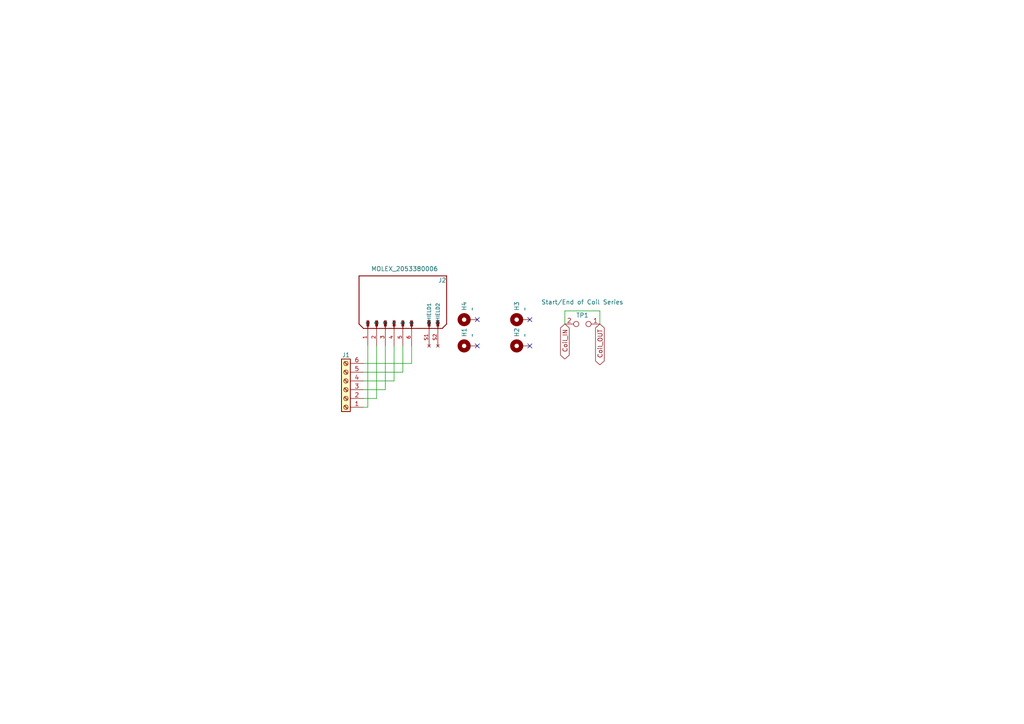
<source format=kicad_sch>
(kicad_sch (version 20230121) (generator eeschema)
  (paper "A4")
  (lib_symbols
    (symbol "Connector:Screw_Terminal_01x06" (pin_names (offset 1.016) hide)
      (property "Reference" "J" (at 0 7.62 0))
      (property "Value" "Screw_Terminal_01x06" (at 0 -10.16 0))
      (symbol "Screw_Terminal_01x06_1_1"
        (rectangle (start -1.27 6.35) (end 1.27 -8.89) (stroke (width 0.254)) (fill (type background)))
        (circle (center 0 -7.62) (radius 0.635) (stroke (width 0.1524)))
        (circle (center 0 -5.08) (radius 0.635) (stroke (width 0.1524)))
        (circle (center 0 -2.54) (radius 0.635) (stroke (width 0.1524)))
        (polyline (pts (xy -0.5334 -7.2898) (xy 0.3302 -8.128)) (stroke (width 0.1524)))
        (polyline (pts (xy -0.5334 -4.7498) (xy 0.3302 -5.588)) (stroke (width 0.1524)))
        (polyline (pts (xy -0.5334 -2.2098) (xy 0.3302 -3.048)) (stroke (width 0.1524)))
        (polyline (pts (xy -0.5334 0.3302) (xy 0.3302 -0.508)) (stroke (width 0.1524)))
        (polyline (pts (xy -0.5334 2.8702) (xy 0.3302 2.032)) (stroke (width 0.1524)))
        (polyline (pts (xy -0.5334 5.4102) (xy 0.3302 4.572)) (stroke (width 0.1524)))
        (polyline (pts (xy -0.3556 -7.112) (xy 0.508 -7.9502)) (stroke (width 0.1524)))
        (polyline (pts (xy -0.3556 -4.572) (xy 0.508 -5.4102)) (stroke (width 0.1524)))
        (polyline (pts (xy -0.3556 -2.032) (xy 0.508 -2.8702)) (stroke (width 0.1524)))
        (polyline (pts (xy -0.3556 0.508) (xy 0.508 -0.3302)) (stroke (width 0.1524)))
        (polyline (pts (xy -0.3556 3.048) (xy 0.508 2.2098)) (stroke (width 0.1524)))
        (polyline (pts (xy -0.3556 5.588) (xy 0.508 4.7498)) (stroke (width 0.1524)))
        (circle (center 0 0) (radius 0.635) (stroke (width 0.1524)))
        (circle (center 0 2.54) (radius 0.635) (stroke (width 0.1524)))
        (circle (center 0 5.08) (radius 0.635) (stroke (width 0.1524)))
        (pin passive line (at -5.08 5.08 0) (length 3.81) (name "Pin_1") (number "1"))
        (pin passive line (at -5.08 2.54 0) (length 3.81) (name "Pin_2") (number "2"))
        (pin passive line (at -5.08 0 0) (length 3.81) (name "Pin_3") (number "3"))
        (pin passive line (at -5.08 -2.54 0) (length 3.81) (name "Pin_4") (number "4"))
        (pin passive line (at -5.08 -5.08 0) (length 3.81) (name "Pin_5") (number "5"))
        (pin passive line (at -5.08 -7.62 0) (length 3.81) (name "Pin_6") (number "6"))
      )
    )
    (symbol "Mechanical:MountingHole_Pad" (pin_numbers hide) (pin_names (offset 1.016) hide)
      (property "Reference" "H" (at 0 6.35 0))
      (property "Value" "MountingHole_Pad" (at 0 4.445 0))
      (symbol "MountingHole_Pad_0_1"
        (circle (center 0 1.27) (radius 1.27) (stroke (width 1.27)))
      )
      (symbol "MountingHole_Pad_1_1"
        (pin input line (at 0 -2.54 90) (length 2.54) (name "1") (number "1"))
      )
    )
    (symbol "sidepanels:2053380006" (pin_names (offset 1.016))
      (property "Reference" "J" (at -7.62 13.97 0))
      (property "Value" "2053380006" (at -7.62 -15.24 0))
      (symbol "2053380006_0_0"
        (rectangle (start -6.985 -10.4648) (end -5.3848 -9.8298) (fill (type outline)))
        (rectangle (start -6.985 -7.9248) (end -5.3848 -7.2898) (fill (type outline)))
        (rectangle (start -6.985 -2.8448) (end -5.3848 -2.2098) (fill (type outline)))
        (rectangle (start -6.985 -0.3048) (end -5.3848 0.3048) (fill (type outline)))
        (rectangle (start -6.985 2.2098) (end -5.3848 2.8448) (fill (type outline)))
        (rectangle (start -6.985 4.7498) (end -5.3848 5.3848) (fill (type outline)))
        (rectangle (start -6.985 7.2898) (end -5.3848 7.9248) (fill (type outline)))
        (rectangle (start -6.985 9.8298) (end -5.3848 10.4648) (fill (type outline)))
        (polyline (pts (xy -7.62 -11.43) (xy -6.35 -12.7)) (stroke (width 0.254)))
        (polyline (pts (xy -7.62 -10.16) (xy -5.715 -10.16)) (stroke (width 0.254)))
        (polyline (pts (xy -7.62 -7.62) (xy -5.715 -7.62)) (stroke (width 0.254)))
        (polyline (pts (xy -7.62 -2.54) (xy -7.62 -11.43)) (stroke (width 0.254)))
        (polyline (pts (xy -7.62 -2.54) (xy -5.715 -2.54)) (stroke (width 0.254)))
        (polyline (pts (xy -7.62 0) (xy -7.62 -2.54)) (stroke (width 0.254)))
        (polyline (pts (xy -7.62 0) (xy -5.715 0)) (stroke (width 0.254)))
        (polyline (pts (xy -7.62 2.54) (xy -7.62 0)) (stroke (width 0.254)))
        (polyline (pts (xy -7.62 2.54) (xy -5.715 2.54)) (stroke (width 0.254)))
        (polyline (pts (xy -7.62 5.08) (xy -7.62 2.54)) (stroke (width 0.254)))
        (polyline (pts (xy -7.62 5.08) (xy -5.715 5.08)) (stroke (width 0.254)))
        (polyline (pts (xy -7.62 7.62) (xy -5.715 7.62)) (stroke (width 0.254)))
        (polyline (pts (xy -7.62 10.16) (xy -5.715 10.16)) (stroke (width 0.254)))
        (polyline (pts (xy -7.62 11.43) (xy -7.62 5.08)) (stroke (width 0.254)))
        (polyline (pts (xy -7.62 11.43) (xy -6.35 12.7)) (stroke (width 0.254)))
        (polyline (pts (xy -6.35 -12.7) (xy 7.62 -12.7)) (stroke (width 0.254)))
        (polyline (pts (xy 7.62 -12.7) (xy 7.62 12.7)) (stroke (width 0.254)))
        (polyline (pts (xy 7.62 12.7) (xy -6.35 12.7)) (stroke (width 0.254)))
        (pin passive line (at -12.7 10.16 0) (length 5.08) (name "1") (number "1"))
        (pin passive line (at -12.7 7.62 0) (length 5.08) (name "2") (number "2"))
        (pin passive line (at -12.7 5.08 0) (length 5.08) (name "3") (number "3"))
        (pin passive line (at -12.7 2.54 0) (length 5.08) (name "4") (number "4"))
        (pin passive line (at -12.7 0 0) (length 5.08) (name "5") (number "5"))
        (pin passive line (at -12.7 -2.54 0) (length 5.08) (name "6") (number "6"))
        (pin no_connect line (at -12.7 -7.62 0) (length 5.08) (name "SHIELD1") (number "S1"))
        (pin no_connect line (at -12.7 -10.16 0) (length 5.08) (name "SHIELD2") (number "S2"))
      )
    )
    (symbol "sidepanels:TestPointConnection" (pin_names (offset 0.762) hide)
      (property "Reference" "TP" (at 0 1.524 0))
      (property "Value" "TestPointConnection" (at 0 -1.778 0))
      (symbol "TestPointConnection_0_1"
        (circle (center -1.778 0) (radius 0.762))
        (circle (center 1.778 0) (radius 0.762))
        (pin passive line (at -5.08 0 0) (length 2.54) (name "1") (number "1"))
        (pin passive line (at 5.08 0 180) (length 2.54) (name "2") (number "2"))
      )
    )
  )
  (no_connect (at 153.67 100.33))
  (no_connect (at 138.43 92.71))
  (no_connect (at 138.43 100.33))
  (no_connect (at 153.67 92.71))
  (wire (pts (xy 106.68 118.11) (xy 106.68 100.33)))
  (wire (pts (xy 105.41 118.11) (xy 106.68 118.11)))
  (wire (pts (xy 105.41 115.57) (xy 109.22 115.57)))
  (wire (pts (xy 105.41 107.95) (xy 116.84 107.95)))
  (wire (pts (xy 116.84 107.95) (xy 116.84 100.33)))
  (wire (pts (xy 105.41 110.49) (xy 114.3 110.49)))
  (wire (pts (xy 111.76 113.03) (xy 111.76 100.33)))
  (wire (pts (xy 109.22 115.57) (xy 109.22 100.33)))
  (wire (pts (xy 105.41 105.41) (xy 119.38 105.41)))
  (wire (pts (xy 173.99 93.98) (xy 173.99 90.17)))
  (wire (pts (xy 114.3 110.49) (xy 114.3 100.33)))
  (wire (pts (xy 119.38 105.41) (xy 119.38 100.33)))
  (wire (pts (xy 173.99 90.17) (xy 163.83 90.17)))
  (wire (pts (xy 163.83 90.17) (xy 163.83 93.98)))
  (wire (pts (xy 105.41 113.03) (xy 111.76 113.03)))
  (global_label "Coil_OUT" (shape bidirectional) (at 173.99 93.98 270) (property "Intersheetrefs" "${INTERSHEET_REFS}" (effects hide)))
  (global_label "Coil_IN" (shape bidirectional) (at 163.83 93.98 270) (property "Intersheetrefs" "${INTERSHEET_REFS}" (effects hide)))
  (symbol (lib_id "Mechanical:MountingHole_Pad") (at 151.13 100.33 90) (unit 1) (in_bom no)
    (property "Reference" "H2" (at 149.8854 97.79 0) (effects (justify left)))
    (property "Value" "~" (at 152.1968 97.79 0) (effects (justify left)))
    (property "Footprint" "MountingHole:MountingHole_2.2mm_M2_DIN965_Pad_TopBottom" (effects hide))
  )
  (symbol (lib_id "Mechanical:MountingHole_Pad") (at 135.89 100.33 90) (unit 1) (in_bom no)
    (property "Reference" "H1" (at 134.6454 97.79 0) (effects (justify left)))
    (property "Value" "~" (at 136.9568 97.79 0) (effects (justify left)))
    (property "Footprint" "MountingHole:MountingHole_2.2mm_M2_DIN965_Pad_TopBottom" (effects hide))
  )
  (symbol (lib_id "Mechanical:MountingHole_Pad") (at 135.89 92.71 90) (unit 1) (in_bom no)
    (property "Reference" "H4" (at 134.6454 90.17 0) (effects (justify left)))
    (property "Value" "~" (at 136.9568 90.17 0) (effects (justify left)))
    (property "Footprint" "MountingHole:MountingHole_2.2mm_M2_DIN965_Pad_TopBottom" (effects hide))
  )
  (symbol (lib_id "sidepanels:2053380006") (at 116.84 87.63 90) (unit 1)
    (property "Reference" "J2" (at 128.27 81.28 90))
    (property "Value" "MOLEX_2053380006" (at 117.348 77.978 90))
    (property "Footprint" "panels:MOLEX_2053380006" (effects hide))
    (property "Datasheet" "https://www.molex.com/webdocs/datasheets/pdf/en-us/2053380006_PCB_HEADERS.pdf" (effects hide))
  )
  (symbol (lib_id "Mechanical:MountingHole_Pad") (at 151.13 92.71 90) (unit 1) (in_bom no)
    (property "Reference" "H3" (at 149.8854 90.17 0) (effects (justify left)))
    (property "Value" "~" (at 152.1968 90.17 0) (effects (justify left)))
    (property "Footprint" "MountingHole:MountingHole_2.2mm_M2_DIN965_Pad_TopBottom" (effects hide))
  )
  (symbol (lib_id "Connector:Screw_Terminal_01x06") (at 100.33 113.03 180) (unit 1)
    (property "Reference" "J1" (at 100.33 102.9772 0))
    (property "Value" "Through_Hole_1" (effects hide))
    (property "Footprint" "Connector_PinHeader_2.54mm:PinHeader_1x06_P2.54mm_Vertical" (effects hide))
  )
  (symbol (lib_id "sidepanels:TestPointConnection") (at 168.91 93.98 180) (unit 1)
    (property "Reference" "TP1" (at 168.91 91.44 0))
    (property "Value" "Start/End of Coil Series" (at 168.91 87.63 0))
    (property "Footprint" "panels:TestPointConnection" (effects hide))
  )
)
</source>
